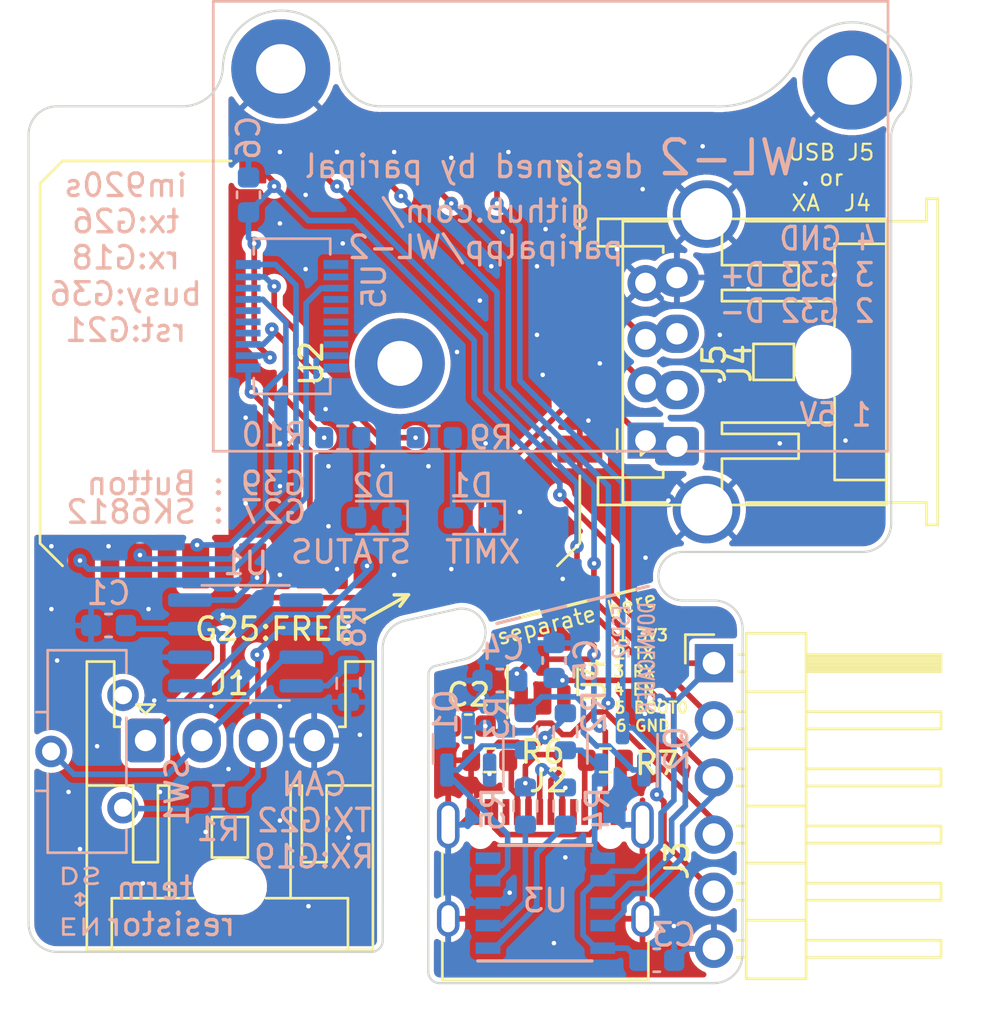
<source format=kicad_pcb>
(kicad_pcb (version 20211014) (generator pcbnew)
  (layers (0 "F.Cu" signal) (31 "B.Cu" signal) (34 "B.Paste" user) (35 "F.Paste" user) (36 "B.SilkS" user "B.Silkscreen") (37 "F.SilkS" user "F.Silkscreen") (38 "B.Mask" user) (39 "F.Mask" user) (44 "Edge.Cuts" user))
  (net 0 "")
  (net 1 "+5V")
  (net 2 "GND")
  (net 3 "+3V3")
  (net 4 "/CANH")
  (net 5 "/CANL")
  (net 6 "Net-(J2-PadB5)")
  (net 8 "Net-(J2-PadA5)")
  (net 10 "Net-(Q1-Pad1)")
  (net 11 "Net-(Q2-Pad1)")
  (net 12 "Net-(R1-Pad1)")
  (net 13 "Net-(R4-Pad1)")
  (net 14 "Net-(R5-Pad2)")
  (net 16 "Net-(D1-Pad2)")
  (net 17 "Net-(D2-Pad2)")
  (net 18 "/im920xmit")
  (net 19 "/im920status")
  (net 21 "/uarttx")
  (net 22 "/uartrx")
  (net 24 "/en")
  (net 25 "/dp")
  (net 26 "/dm")
  (net 27 "/~{dtr}")
  (net 28 "/~{rts}")
  (net 29 "/boot0")
  (net 30 "/cantx")
  (net 31 "/canrx")
  (net 32 "/vcptx")
  (net 33 "/vcprx")
  (net 34 "Net-(R8-Pad2)")
  (net 36 "/im920tx")
  (net 37 "/im920busy")
  (net 38 "/im920rx")
  (net 39 "/im920rst")
  (footprint "Connector_USB:USB_C_Receptacle_XKB_U262-16XN-4BVC11" (layer "F.Cu") (at 144.135974 121.402974)
    (fp_text reference "J2")
    (fp_text value "USB_C_Receptacle_USB2.0")
  )
  (footprint "Resistor_SMD:R_0603_1608Metric" (layer "F.Cu") (at 146.802974 115.433974 180)
    (fp_text reference "R7")
    (fp_text value "5.1k")
  )
  (footprint "Boad_dev:M5STAMP-PICO" (layer "F.Cu") (at 137.668 97.79 90)
    (fp_text reference "U2")
    (fp_text value "M5STAMP-PICO")
  )
  (footprint "Capacitor_SMD:C_0603_1608Metric" (layer "F.Cu") (at 140.706974 113.909974 180)
    (fp_text reference "C2")
    (fp_text value "100n")
  )
  (footprint "Connector_JST:JST_XA_S04B-XASK-1_1x04_P2.50mm_Horizontal" (layer "F.Cu") (at 149.987 101.473 90)
    (fp_text reference "J4")
    (fp_text value "Conn_01x04_Female")
  )
  (footprint "Connector_USB:USB_A_Stewart_SS-52100-001_Horizontal" (layer "F.Cu") (at 148.59 101.219 90)
    (fp_text reference "J5")
    (fp_text value "USB_A")
  )
  (footprint "Resistor_SMD:R_0603_1608Metric" (layer "F.Cu") (at 141.659974 115.433974)
    (fp_text reference "R6")
    (fp_text value "5.1k")
  )
  (footprint "Connector_PinHeader_2.54mm:PinHeader_1x06_P2.54mm_Horizontal" (layer "F.Cu") (at 151.628974 111.115974)
    (fp_text reference "J3")
    (fp_text value "Conn_01x06_Male")
  )
  (footprint "Connector_JST:JST_XA_S04B-XASK-1_1x04_P2.50mm_Horizontal" (layer "F.Cu") (at 126.358 114.554)
    (fp_text reference "J1")
    (fp_text value "Conn_01x04_Female")
  )
  (footprint "Package_TO_SOT_SMD:SOT-23" (layer "F.Cu") (at 144.008974 111.877974 90)
    (fp_text reference "U4")
    (fp_text value "MCP1703A-3302_SOT23")
  )
  (footprint "Resistor_SMD:R_0603_1608Metric" (layer "B.Cu") (at 145.024974 117.465974 90)
    (fp_text reference "R4")
    (fp_text value "22")
  )
  (footprint "Capacitor_SMD:C_0603_1608Metric" (layer "B.Cu") (at 124.714 109.44 180)
    (fp_text reference "C1")
    (fp_text value "100n")
  )
  (footprint "Button_Switch_additional:IS-1245T-G" (layer "B.Cu") (at 123.758 115.041 90)
    (fp_text reference "SW1")
    (fp_text value "SW_SPDT")
  )
  (footprint "Capacitor_SMD:C_0603_1608Metric" (layer "B.Cu") (at 149.088974 124.323974)
    (fp_text reference "C3")
    (fp_text value "100n")
  )
  (footprint "Resistor_SMD:R_0603_1608Metric" (layer "B.Cu") (at 139.192 101.092 180)
    (fp_text reference "R9")
    (fp_text value "10k")
  )
  (footprint "Capacitor_SMD:C_0603_1608Metric" (layer "B.Cu") (at 144.526 110.998 90)
    (fp_text reference "C5")
    (fp_text value "1u")
  )
  (footprint "Resistor_SMD:R_0603_1608Metric" (layer "B.Cu") (at 129.6 117.073)
    (fp_text reference "R1")
    (fp_text value "120")
  )
  (footprint "Capacitor_SMD:C_0603_1608Metric" (layer "B.Cu") (at 130.937 90.297 90)
    (fp_text reference "C6")
    (fp_text value "100n")
  )
  (footprint "Resistor_SMD:R_0603_1608Metric" (layer "B.Cu") (at 143.246974 114.163974 -90)
    (fp_text reference "R3")
    (fp_text value "10k")
  )
  (footprint "Capacitor_SMD:C_0603_1608Metric" (layer "B.Cu") (at 142.113 111.887 180)
    (fp_text reference "C4")
    (fp_text value "1u")
  )
  (footprint "interplan:IM920s" (layer "B.Cu") (at 144.3725 91.694 90)
    (fp_text reference "U5")
    (fp_text value "IM920s")
  )
  (footprint "LED_SMD:LED_0603_1608Metric" (layer "B.Cu") (at 136.525 104.648 180)
    (fp_text reference "D2")
    (fp_text value "LED")
  )
  (footprint "Package_TO_SOT_SMD:SOT-23" (layer "B.Cu") (at 140.706974 114.925974 90)
    (fp_text reference "Q1")
    (fp_text value "Q_NPN_BEC")
  )
  (footprint "LED_SMD:LED_0603_1608Metric" (layer "B.Cu") (at 140.843 104.648 180)
    (fp_text reference "D1")
    (fp_text value "LED")
  )
  (footprint "Resistor_SMD:R_0603_1608Metric" (layer "B.Cu") (at 143.246974 117.465974 -90)
    (fp_text reference "R5")
    (fp_text value "22")
  )
  (footprint "Package_SO:SOIC-8_3.9x4.9mm_P1.27mm" (layer "B.Cu") (at 130.81 110.215)
    (fp_text reference "U1")
    (fp_text value "MCP2551-I-SN")
  )
  (footprint "Resistor_SMD:R_0603_1608Metric" (layer "B.Cu") (at 135.382 112.014 90)
    (fp_text reference "R8")
    (fp_text value "10k")
  )
  (footprint "Resistor_SMD:R_0603_1608Metric" (layer "B.Cu") (at 135.128 101.092 180)
    (fp_text reference "R10")
    (fp_text value "10k")
  )
  (footprint "Package_SO:SSOP-10_3.9x4.9mm_P1.00mm" (layer "B.Cu") (at 144.135974 121.783974)
    (fp_text reference "U3")
    (fp_text value "CH340K")
  )
  (footprint "Package_TO_SOT_SMD:SOT-23" (layer "B.Cu") (at 147.564974 114.925974 90)
    (fp_text reference "Q2")
    (fp_text value "Q_NPN_BEC")
  )
  (footprint "Resistor_SMD:R_0603_1608Metric" (layer "B.Cu") (at 145.024974 114.163974 -90)
    (fp_text reference "R2")
    (fp_text value "10k")
  )
  (gr_line (start 143.002 109.093) (end 141.986 109.347) (layer "B.SilkS") (width 0.15))
  (gr_line (start 145.034 108.585) (end 144.018 108.839) (layer "B.SilkS") (width 0.15))
  (gr_line (start 148.209 107.823) (end 148.717 107.696) (layer "B.SilkS") (width 0.15))
  (gr_line (start 147.193 108.077) (end 146.05 108.331) (layer "B.SilkS") (width 0.15))
  (gr_line (start 143.002 109.093) (end 144.018 108.839) (layer "F.SilkS") (width 0.15))
  (gr_line (start 138.049 108.077) (end 136.017 109.22) (layer "F.SilkS") (width 0.15))
  (gr_line (start 145.034 108.585) (end 146.05 108.331) (layer "F.SilkS") (width 0.15))
  (gr_line (start 138.049 108.077) (end 137.414 108.077) (layer "F.SilkS") (width 0.15))
  (gr_line (start 137.414 108.077) (end 138.049 108.077) (layer "F.SilkS") (width 0.15))
  (gr_line (start 147.193 108.077) (end 148.209 107.823) (layer "F.SilkS") (width 0.15))
  (gr_line (start 138.049 108.077) (end 137.668 108.585) (layer "F.SilkS") (width 0.15))
  (gr_line (start 128.016 86.36) (end 122.428 86.36) (layer "Edge.Cuts") (width 0.1))
  (gr_arc (start 136.779 86.36) (mid 135.570131 85.878975) (end 135.001 84.709) (layer "Edge.Cuts") (width 0.1))
  (gr_line (start 122.428 123.952) (end 136.398 123.952) (layer "Edge.Cuts") (width 0.1))
  (gr_arc (start 159.512 87.63) (mid 159.676649 87.077324) (end 160.02 86.614) (layer "Edge.Cuts") (width 0.1))
  (gr_arc (start 122.428 123.952) (mid 121.529974 123.580026) (end 121.158 122.682) (layer "Edge.Cuts") (width 0.1))
  (gr_line (start 158.242 106.172) (end 150.241 106.172) (layer "Edge.Cuts") (width 0.1))
  (gr_arc (start 140.208 108.712) (mid 141.088897 108.928225) (end 141.478 109.747574) (layer "Edge.Cuts") (width 0.1))
  (gr_arc (start 129.794 84.709) (mid 129.224869 85.878975) (end 128.016 86.36) (layer "Edge.Cuts") (width 0.1))
  (gr_line (start 139.192 111.252) (end 140.530999 110.940507) (layer "Edge.Cuts") (width 0.1))
  (gr_line (start 150.241 108.331) (end 151.638 108.331) (layer "Edge.Cuts") (width 0.1))
  (gr_arc (start 159.512 104.902) (mid 159.140026 105.800026) (end 158.242 106.172) (layer "Edge.Cuts") (width 0.1))
  (gr_arc (start 138.938 111.61121) (mid 139.007915 111.39124) (end 139.192 111.252) (layer "Edge.Cuts") (width 0.1))
  (gr_arc (start 129.794 84.709) (mid 132.3975 82.1055) (end 135.001 84.709) (layer "Edge.Cuts") (width 0.1))
  (gr_line (start 136.779 86.36) (end 151.638 86.36) (layer "Edge.Cuts") (width 0.1))
  (gr_line (start 121.158 87.63) (end 121.158 122.682) (layer "Edge.Cuts") (width 0.1))
  (gr_line (start 137.922 109.22) (end 140.208 108.712) (layer "Edge.Cuts") (width 0.1))
  (gr_arc (start 141.478 109.747574) (mid 141.207087 110.504863) (end 140.530999 110.940507) (layer "Edge.Cuts") (width 0.1))
  (gr_arc (start 155.448 84.074) (mid 159.061122 82.955179) (end 160.02 86.614) (layer "Edge.Cuts") (width 0.1))
  (gr_line (start 136.901067 110.465337) (end 136.906 123.444) (layer "Edge.Cuts") (width 0.1))
  (gr_arc (start 136.901067 110.465337) (mid 137.188923 109.660171) (end 137.922 109.22) (layer "Edge.Cuts") (width 0.1))
  (gr_line (start 151.628974 125.339974) (end 139.436974 125.339974) (layer "Edge.Cuts") (width 0.1))
  (gr_arc (start 136.906 123.444) (mid 136.75721 123.80321) (end 136.398 123.952) (layer "Edge.Cuts") (width 0.1))
  (gr_arc (start 152.898974 124.069974) (mid 152.527 124.968) (end 151.628974 125.339974) (layer "Edge.Cuts") (width 0.1))
  (gr_line (start 138.928974 124.831974) (end 138.938 111.61121) (layer "Edge.Cuts") (width 0.1))
  (gr_arc (start 155.448 84.074) (mid 153.89169 85.798149) (end 151.638 86.36) (layer "Edge.Cuts") (width 0.1))
  (gr_line (start 152.898974 124.069974) (end 152.908 109.601) (layer "Edge.Cuts") (width 0.1))
  (gr_arc (start 121.158 87.63) (mid 121.529974 86.731974) (end 122.428 86.36) (layer "Edge.Cuts") (width 0.1))
  (gr_arc (start 150.241 108.331) (mid 149.171624 107.2515) (end 150.241 106.172) (layer "Edge.Cuts") (width 0.1))
  (gr_arc (start 151.638 108.331) (mid 152.536026 108.702974) (end 152.908 109.601) (layer "Edge.Cuts") (width 0.1))
  (gr_arc (start 139.436974 125.339974) (mid 139.077764 125.191184) (end 138.928974 124.831974) (layer "Edge.Cuts") (width 0.1))
  (gr_line (start 159.512 104.902) (end 159.512 87.63) (layer "Edge.Cuts") (width 0.1))
  (gr_text "im920s\ntx:G26\nrx:G18\nbusy:G36\nrst:G21" (at 125.476 93.091) (layer "B.SilkS") (effects (font (size 1 1)) (justify mirror)))
  (gr_text "EN\n↕\nDS" (at 123.444 121.666 180) (layer "B.SilkS") (effects (font (size 0.7 1) (thickness 0.12)) (justify mirror)))
  (gr_text "WL-2" (at 152.273 88.646) (layer "B.SilkS") (effects (font (size 1.5 1.5) (thickness 0.2)) (justify mirror)))
  (gr_text "ESP32      \nDOWNLOADER" (at 148.082 110.871 90) (layer "B.SilkS") (effects (font (size 0.7 0.5) (thickness 0.1)) (justify mirror)))
  (gr_text "designed by paripal" (at 140.97 89.027) (layer "B.SilkS") (effects (font (size 1 1)) (justify mirror)))
  (gr_text "4 GND    \n3 G33 D+\n2 G32 D-" (at 155.321 93.853) (layer "B.SilkS") (effects (font (size 1 0.9)) (justify mirror)))
  (gr_text "1 5V     " (at 155.321 100.076) (layer "B.SilkS") (effects (font (size 1 0.9)) (justify mirror)))
  (gr_text "CAN\nTX:G22\nRX:G19" (at 133.858 118.11) (layer "B.SilkS") (effects (font (size 1 1)) (justify mirror)))
  (gr_text "XMIT  STATUS" (at 137.922 106.172) (layer "B.SilkS") (effects (font (size 1 1)) (justify mirror)))
  (gr_text "github.com/\nparipalpp/WL-2" (at 141.478 91.821) (layer "B.SilkS") (effects (font (size 1 1)) (justify mirror)))
  (gr_text "  term\nresistor" (at 127.508 121.92) (layer "B.SilkS") (effects (font (size 1 1)) (justify mirror)))
  (gr_text "USB J5\nor\nXA  J4" (at 156.845 89.535) (layer "F.SilkS") (effects (font (size 0.7 0.7) (thickness 0.1))))
  (gr_text "1 3V3  \n2 TX    \n3 RX    \n4 EN    \n5 BOOT0\n6 GND  " (at 148.844 111.887) (layer "F.SilkS") (effects (font (size 0.5 0.5) (thickness 0.1))))
  (gr_text "separate here" (at 145.542 109.093 14) (layer "F.SilkS") (effects (font (size 0.7 0.7) (thickness 0.1))))
  (gr_text "G25:FREE" (at 132.08 109.601) (layer "F.SilkS") (effects (font (size 1 1))))
  (segment (start 145.668 99.06) (end 146.431 99.06) (width 0.25) (layer "F.Cu") (net 1))
  (segment (start 143.508322 110.940474) (end 142.869097 111.579699) (width 0.25) (layer "F.Cu") (net 1))
  (segment (start 146.685974 117.732974) (end 146.685974 116.907974) (width 0.25) (layer "F.Cu") (net 1))
  (segment (start 141.224 108.204) (end 131.661679 108.204) (width 0.25) (layer "F.Cu") (net 1))
  (segment (start 146.089474 110.940474) (end 146.294974 110.734974) (width 0.25) (layer "F.Cu") (net 1))
  (segment (start 141.224 108.204) (end 144.145 108.204) (width 0.25) (layer "F.Cu") (net 1))
  (segment (start 144.008974 110.940474) (end 146.089474 110.940474) (width 0.25) (layer "F.Cu") (net 1))
  (segment (start 146.802974 116.790974) (end 146.802974 114.163974) (width 0.25) (layer "F.Cu") (net 1))
  (segment (start 146.294974 110.353974) (end 146.294974 110.734974) (width 0.25) (layer "F.Cu") (net 1))
  (segment (start 146.431 99.06) (end 148.59 101.219) (width 0.25) (layer "F.Cu") (net 1))
  (segment (start 129.794 111.118) (end 129.794 109.982) (width 0.25) (layer "F.Cu") (net 1))
  (segment (start 142.173247 118.735974) (end 141.885974 118.448701) (width 0.25) (layer "F.Cu") (net 1))
  (segment (start 141.885974 118.448701) (end 141.885974 117.732974) (width 0.25) (layer "F.Cu") (net 1))
  (segment (start 131.661679 108.204) (end 129.883679 109.982) (width 0.25) (layer "F.Cu") (net 1))
  (segment (start 144.145 108.204) (end 146.294974 110.353974) (width 0.25) (layer "F.Cu") (net 1))
  (segment (start 146.685974 116.907974) (end 146.802974 116.790974) (width 0.25) (layer "F.Cu") (net 1))
  (segment (start 141.288 103.44) (end 141.288 106.79) (width 0.25) (layer "F.Cu") (net 1))
  (segment (start 141.288 106.79) (end 141.288 108.14) (width 0.25) (layer "F.Cu") (net 1))
  (segment (start 146.385974 117.732974) (end 146.385974 118.448701) (width 0.25) (layer "F.Cu") (net 1))
  (segment (start 126.358 114.554) (end 129.794 111.118) (width 0.25) (layer "F.Cu") (net 1))
  (segment (start 144.008974 110.940474) (end 143.508322 110.940474) (width 0.25) (layer "F.Cu") (net 1))
  (segment (start 146.098701 118.735974) (end 142.173247 118.735974) (width 0.25) (layer "F.Cu") (net 1))
  (segment (start 146.802974 114.163974) (end 146.548974 113.909974) (width 0.25) (layer "F.Cu") (net 1))
  (segment (start 149.733 101.219) (end 149.987 101.473) (width 0.25) (layer "F.Cu") (net 1))
  (segment (start 141.288 108.14) (end 141.224 108.204) (width 0.25) (layer "F.Cu") (net 1))
  (segment (start 148.59 101.219) (end 149.733 101.219) (width 0.25) (layer "F.Cu") (net 1))
  (segment (start 129.883679 109.982) (end 129.794 109.982) (width 0.25) (layer "F.Cu") (net 1))
  (segment (start 145.668 99.06) (end 141.288 103.44) (width 0.25) (layer "F.Cu") (net 1))
  (segment (start 146.385974 118.448701) (end 146.098701 118.735974) (width 0.25) (layer "F.Cu") (net 1))
  (via (at 146.548974 113.909974) (size 0.6) (drill 0.2) (layers "F.Cu" "B.Cu") (net 1))
  (via (at 129.794 109.982) (size 0.6) (drill 0.2) (layers "F.Cu" "B.Cu") (net 1))
  (via (at 142.869097 111.579699) (size 0.6) (drill 0.2) (layers "F.Cu" "B.Cu") (net 1))
  (via (at 146.294974 110.734974) (size 0.6) (drill 0.2) (layers "F.Cu" "B.Cu") (net 1))
  (segment (start 129.392 109.58) (end 129.794 109.982) (width 0.25) (layer "B.Cu") (net 1))
  (segment (start 128.335 109.58) (end 125.629 109.58) (width 0.25) (layer "B.Cu") (net 1))
  (segment (start 146.294974 113.655974) (end 146.294974 110.734974) (width 0.25) (layer "B.Cu") (net 1))
  (segment (start 128.335 109.58) (end 129.392 109.58) (width 0.25) (layer "B.Cu") (net 1))
  (segment (start 146.548974 113.909974) (end 146.294974 113.655974) (width 0.25) (layer "B.Cu") (net 1))
  (segment (start 125.629 109.58) (end 125.489 109.44) (width 0.25) (layer "B.Cu") (net 1))
  (segment (start 140.382974 118.297974) (end 139.815974 118.297974) (width 0.25) (layer "F.Cu") (net 2))
  (segment (start 140.785974 117.036974) (end 140.198974 116.449974) (width 0.25) (layer "F.Cu") (net 2))
  (segment (start 140.785974 117.894974) (end 140.382974 118.297974) (width 0.25) (layer "F.Cu") (net 2))
  (segment (start 147.634974 118.297974) (end 147.485974 118.148974) (width 0.25) (layer "F.Cu") (net 2))
  (segment (start 147.627974 115.433974) (end 147.627974 117.590974) (width 0.25) (layer "F.Cu") (net 2))
  (segment (start 148.455974 118.297974) (end 147.634974 118.297974) (width 0.25) (layer "F.Cu") (net 2))
  (segment (start 140.785974 117.732974) (end 140.785974 117.036974) (width 0.25) (layer "F.Cu") (net 2))
  (segment (start 147.627974 117.590974) (end 147.485974 117.732974) (width 0.25) (layer "F.Cu") (net 2))
  (segment (start 147.485974 118.148974) (end 147.485974 117.732974) (width 0.25) (layer "F.Cu") (net 2))
  (segment (start 140.198974 116.449974) (end 139.944974 116.449974) (width 0.25) (layer "F.Cu") (net 2))
  (segment (start 140.785974 117.732974) (end 140.785974 117.894974) (width 0.25) (layer "F.Cu") (net 2))
  (via (at 142.24 91.948) (size 0.6) (drill 0.2) (layers "F.Cu" "B.Cu") (net 2))
  (via (at 132.334 88.392) (size 0.6) (drill 0.2) (layers "F.Cu" "B.Cu") (net 2))
  (via (at 143.764 96.52) (size 0.6) (drill 0.2) (layers "F.Cu" "B.Cu") (net 2))
  (via (at 142.494 88.392) (size 0.6) (drill 0.2) (layers "F.Cu" "B.Cu") (net 2))
  (via (at 124.206 114.808) (size 0.6) (drill 0.2) (layers "F.Cu" "B.Cu") (net 2))
  (via (at 126.746 112.776) (size 0.6) (drill 0.2) (layers "F.Cu" "B.Cu") (net 2))
  (via (at 148.561805 113.368054) (size 0.6) (drill 0.2) (layers "F.Cu" "B.Cu") (net 2))
  (via (at 139.954 106.934) (size 0.6) (drill 0.2) (layers "F.Cu" "B.Cu") (net 2))
  (via (at 146.558 97.79) (size 0.6) (drill 0.2) (layers "F.Cu" "B.Cu") (net 2))
  (via (at 133.604 121.92) (size 0.6) (drill 0.2) (layers "F.Cu" "B.Cu") (net 2))
  (via (at 133.477 93.599) (size 0.6) (drill 0.2) (layers "F.Cu" "B.Cu") (net 2))
  (via (at 138.938 102.362) (size 0.6) (drill 0.2) (layers "F.Cu" "B.Cu") (net 2))
  (via (at 130.048 115.824) (size 0.6) (drill 0.2) (layers "F.Cu" "B.Cu") (net 2))
  (via (at 135.382 118.872) (size 0.6) (drill 0.2) (layers "F.Cu" "B.Cu") (net 2))
  (via (at 129.794 108.966) (size 0.6) (drill 0.2) (layers "F.Cu" "B.Cu") (net 2))
  (via (at 139.954 88.646) (size 0.6) (drill 0.2) (layers "F.Cu" "B.Cu") (net 2))
  (via (at 149.606 103.886) (size 0.6) (drill 0.2) (layers "F.Cu" "B.Cu") (net 2))
  (via (at 151.892 98.552) (size 0.6) (drill 0.2) (layers "F.Cu" "B.Cu") (net 2))
  (via (at 135.128 92.456) (size 0.6) (drill 0.2) (layers "F.Cu" "B.Cu") (net 2))
  (via (at 124.714 105.918) (size 0.6) (drill 0.2) (layers "F.Cu" "B.Cu") (net 2))
  (via (at 146.05 100.33) (size 0.6) (drill 0.2) (layers "F.Cu" "B.Cu") (net 2))
  (via (at 134.874 88.392) (size 0.6) (drill 0.2) (layers "F.Cu" "B.Cu") (net 2))
  (via (at 130.81 100.203) (size 0.6) (drill 0.2) (layers "F.Cu" "B.Cu") (net 2))
  (via (at 154.559 101.346) (size 0.6) (drill 0.2) (layers "F.Cu" "B.Cu") (net 2))
  (via (at 141.732 93.472) (size 0.6) (drill 0.2) (layers "F.Cu" "B.Cu") (net 2))
  (via (at 143.764 93.472) (size 0.6) (drill 0.2) (layers "F.Cu" "B.Cu") (net 2))
  (via (at 132.334 118.11) (size 0.6) (drill 0.2) (layers "F.Cu" "B.Cu") (net 2))
  (via (at 145.024974 119.751974) (size 0.6) (drill 0.2) (layers "F.Cu" "B.Cu") (net 2))
  (via (at 149.850974 122.799974) (size 0.6) (drill 0.2) (layers "F.Cu" "B.Cu") (net 2))
  (via (at 157.48 101.219) (size 0.6) (drill 0.2) (layers "F.Cu" "B.Cu") (net 2))
  (via (at 135.382 109.474) (size 0.6) (drill 0.2) (layers "F.Cu" "B.Cu") (net 2))
  (via (at 135.89 114.3) (size 0.6) (drill 0.2) (layers "F.Cu" "B.Cu") (net 2))
  (via (at 137.414 88.392) (size 0.6) (drill 0.2) (layers "F.Cu" "B.Cu") (net 2))
  (via (at 151.13 88.138) (size 0.6) (drill 0.2) (layers "F.Cu" "B.Cu") (net 2))
  (via (at 122.936 116.84) (size 0.6) (drill 0.2) (layers "F.Cu" "B.Cu") (net 2))
  (via (at 140.208 97.282) (size 0.6) (drill 0.2) (layers "F.Cu" "B.Cu") (net 2))
  (via (at 132.334 103.251) (size 0.6) (drill 0.2) (layers "F.Cu" "B.Cu") (net 2))
  (via (at 136.906 102.362) (size 0.6) (drill 0.2) (layers "F.Cu" "B.Cu") (net 2))
  (via (at 141.341974 112.639974) (size 0.6) (drill 0.2) (layers "F.Cu" "B.Cu") (net 2))
  (via (at 122.174 105.918) (size 0.6) (drill 0.2) (layers "F.Cu" "B.Cu") (net 2))
  (via (at 130.81 104.013) (size 0.6) (drill 0.2) (layers "F.Cu" "B.Cu") (net 2))
  (via (at 144.516974 123.561974) (size 0.6) (drill 0.2) (layers "F.Cu" "B.Cu") (net 2))
  (via (at 147.32 92.71) (size 0.6) (drill 0.2) (layers "F.Cu" "B.Cu") (net 2))
  (via (at 126.492 108.712) (size 0.6) (drill 0.2) (layers "F.Cu" "B.Cu") (net 2))
  (via (at 127 116.84) (size 0.6) (drill 0.2) (layers "F.Cu" "B.Cu") (net 2))
  (via (at 144.145 91.821) (size 0.6) (drill 0.2) (layers "F.Cu" "B.Cu") (net 2))
  (via (at 141.478 101.346) (size 0.6) (drill 0.2) (layers "F.Cu" "B.Cu") (net 2))
  (via (at 144.018 98.298) (size 0.6) (drill 0.2) (layers "F.Cu" "B.Cu") (net 2))
  (via (at 132.334 113.03) (size 0.6) (drill 0.2) (layers "F.Cu" "B.Cu") (net 2))
  (via (at 122.174 108.712) (size 0.6) (drill 0.2) (layers "F.Cu" "B.Cu") (net 2))
  (via (at 155.702 89.789) (size 0.6) (drill 0.2) (layers "F.Cu" "B.Cu") (net 2))
  (via (at 122.428 110.998) (size 0.6) (drill 0.2) (layers "F.Cu" "B.Cu") (net 2))
  (via (at 134.366 99.822) (size 0.6) (drill 0.2) (layers "F.Cu" "B.Cu") (net 2))
  (via (at 151.892 96.52) (size 0.6) (drill 0.2) (layers "F.Cu" "B.Cu") (net 2))
  (via (at 148.463 90.043) (size 0.6) (drill 0.2) (layers "F.Cu" "B.Cu") (net 2))
  (via (at 132.334 101.346) (size 0.6) (drill 0.2) (layers "F.Cu" "B.Cu") (net 2))
  (via (at 134.874 106.934) (size 0.6) (drill 0.2) (layers "F.Cu" "B.Cu") (net 2))
  (via (at 134.493 102.362) (size 0.6) (drill 0.2) (layers "F.Cu" "B.Cu") (net 2))
  (via (at 123.444 119.38) (size 0.6) (drill 0.2) (layers "F.Cu" "B.Cu") (net 2))
  (via (at 132.334 91.567) (size 0.6) (drill 0.2) (layers "F.Cu" "B.Cu") (net 2))
  (via (at 148.59 106.426) (size 0.6) (drill 0.2) (layers "F.Cu" "B.Cu") (net 2))
  (via (at 129.032 118.618) (size 0.6) (drill 0.2) (layers "F.Cu" "B.Cu") (net 2))
  (via (at 156.972 93.853) (size 0.6) (drill 0.2) (layers "F.Cu" "B.Cu") (net 2))
  (via (at 130.556 111.76) (size 0.6) (drill 0.2) (layers "F.Cu" "B.Cu") (net 2))
  (via (at 126.238 120.904) (size 0.6) (drill 0.2) (layers "F.Cu" "B.Cu") (net 2))
  (via (at 143.002 104.394) (size 0.6) (drill 0.2) (layers "F.Cu" "B.Cu") (net 2))
  (via (at 144.908474 107.369207) (size 0.6) (drill 0.2) (layers "F.Cu" "B.Cu") (net 2))
  (via (at 133.477 90.297) (size 0.6) (drill 0.2) (layers "F.Cu" "B.Cu") (net 2))
  (via (at 141.224 94.996) (size 0.6) (drill 0.2) (layers "F.Cu" "B.Cu") (net 2))
  (via (at 142.549201 121.31959) (size 0.6) (drill 0.2) (layers "F.Cu" "B.Cu") (net 2))
  (via (at 129.286 113.03) (size 0.6) (drill 0.2) (layers "F.Cu" "B.Cu") (net 2))
  (via (at 134.493 105.029) (size 0.6) (drill 0.2) (layers "F.Cu" "B.Cu") (net 2))
  (via (at 137.414 107.188) (size 0.6) (drill 0.2) (layers "F.Cu" "B.Cu") (net 2))
  (via (at 153.162 94.488) (size 0.6) (drill 0.2) (layers "F.Cu" "B.Cu") (net 2))
  (via (at 132.334 107.188) (size 0.6) (drill 0.2) (layers "F.Cu" "B.Cu") (net 2))
  (segment (start 134.8225 97.444) (end 134.169418 97.444) (width 0.25) (layer "B.Cu") (net 2))
  (segment (start 151.628974 123.815974) (end 150.371974 123.815974) (width 0.25) (layer "B.Cu") (net 2))
  (segment (start 133.94798 97.665438) (end 133.94798 98.38798) (width 0.25) (layer "B.Cu") (net 2))
  (segment (start 142.084817 121.783974) (end 142.549201 121.31959) (width 0.25) (layer "B.Cu") (net 2))
  (segment (start 150.371974 123.815974) (end 149.863974 124.323974) (width 0.25) (layer "B.Cu") (net 2))
  (segment (start 140.960974 121.783974) (end 139.944974 120.767974) (width 0.25) (layer "B.Cu") (net 2))
  (segment (start 134.169418 97.444) (end 133.94798 97.665438) (width 0.25) (layer "B.Cu") (net 2))
  (segment (start 141.585974 121.783974) (end 140.960974 121.783974) (width 0.25) (layer "B.Cu") (net 2))
  (segment (start 133.94798 98.38798) (end 134.366 98.806) (width 0.25) (layer "B.Cu") (net 2))
  (segment (start 141.585974 121.783974) (end 142.084817 121.783974) (width 0.25) (layer "B.Cu") (net 2))
  (segment (start 131.191 92.456) (end 131.191 96.82768) (width 0.25) (layer "F.Cu") (net 3))
  (segment (start 147.066 108.058948) (end 147.066 105.918) (width 0.25) (layer "F.Cu") (net 3))
  (segment (start 151.628974 111.115974) (end 150.104974 111.115974) (width 0.25) (layer "F.Cu") (net 3))
  (segment (start 132.08 89.916) (end 132.08 89.742) (width 0.25) (layer "F.Cu") (net 3))
  (segment (start 144.897974 112.754474) (end 144.958974 112.815474) (width 0.25) (layer "F.Cu") (net 3))
  (segment (start 150.104974 111.115974) (end 147.056974 108.067974) (width 0.25) (layer "F.Cu") (net 3))
  (segment (start 147.056974 108.067974) (end 147.066 108.058948) (width 0.25) (layer "F.Cu") (net 3))
  (segment (start 148.326974 111.877974) (end 149.215974 112.766974) (width 0.25) (layer "F.Cu") (net 3))
  (segment (start 144.897974 111.877974) (end 148.326974 111.877974) (width 0.25) (layer "F.Cu") (net 3))
  (segment (start 131.191 96.82768) (end 131.890774 97.527454) (width 0.25) (layer "F.Cu") (net 3))
  (segment (start 147.066 105.918) (end 144.78 103.632) (width 0.25) (layer "F.Cu") (net 3))
  (segment (start 132.08 89.742) (end 131.128 88.79) (width 0.25) (layer "F.Cu") (net 3))
  (segment (start 144.897974 111.877974) (end 144.897974 112.754474) (width 0.25) (layer "F.Cu") (net 3))
  (via (at 131.191 92.456) (size 0.6) (drill 0.2) (layers "F.Cu" "B.Cu") (net 3))
  (via (at 144.897974 111.877974) (size 0.6) (drill 0.2) (layers "F.Cu" "B.Cu") (net 3))
  (via (at 144.78 103.632) (size 0.6) (drill 0.2) (layers "F.Cu" "B.Cu") (net 3))
  (via (at 131.890774 97.527454) (size 0.6) (drill 0.2) (layers "F.Cu" "B.Cu") (net 3))
  (via (at 149.215974 112.766974) (size 0.6) (drill 0.2) (layers "F.Cu" "B.Cu") (net 3))
  (via (at 132.08 89.916) (size 0.6) (drill 0.2) (layers "F.Cu" "B.Cu") (net 3))
  (segment (start 146.390974 123.783974) (end 145.811463 123.204463) (width 0.25) (layer "B.Cu") (net 3))
  (segment (start 149.280494 119.189501) (end 149.280494 117.782454) (width 0.25) (layer "B.Cu") (net 3))
  (segment (start 149.280494 117.782454) (end 149.850974 117.211974) (width 0.25) (layer "B.Cu") (net 3))
  (segment (start 146.685974 120.783974) (end 147.106463 120.363485) (width 0.25) (layer "B.Cu") (net 3))
  (segment (start 144.78 103.632) (end 144.78 103.124) (width 0.25) (layer "B.Cu") (net 3))
  (segment (start 148.10651 120.363485) (end 149.280494 119.189501) (width 0.25) (layer "B.Cu") (net 3))
  (segment (start 132.08 89.929) (end 130.937 91.072) (width 0.25) (layer "B.Cu") (net 3))
  (segment (start 144.516974 111.890974) (end 144.884974 111.890974) (width 0.25) (layer "B.Cu") (net 3))
  (segment (start 149.850974 112.893974) (end 149.723974 112.766974) (width 0.25) (layer "B.Cu") (net 3))
  (segment (start 132.08 89.916) (end 132.08 89.929) (width 0.25) (layer "B.Cu") (net 3))
  (segment (start 145.811463 121.363485) (end 146.390974 120.783974) (width 0.25) (layer "B.Cu") (net 3))
  (segment (start 144.884974 111.890974) (end 144.897974 111.877974) (width 0.25) (layer "B.Cu") (net 3))
  (segment (start 147.106463 120.363485) (end 148.10651 120.363485) (width 0.25) (layer "B.Cu") (net 3))
  (segment (start 140.97 96.774) (end 135.636 91.44) (width 0.25) (layer "B.Cu") (net 3))
  (segment (start 149.850974 117.211974) (end 149.850974 112.893974) (width 0.25) (layer "B.Cu") (net 3))
  (segment (start 140.97 99.314) (end 140.97 96.774) (width 0.25) (layer "B.Cu") (net 3))
  (segment (start 146.390974 120.783974) (end 146.685974 120.783974) (width 0.25) (layer "B.Cu") (net 3))
  (segment (start 145.811463 123.204463) (end 145.811463 121.363485) (width 0.25) (layer "B.Cu") (net 3))
  (segment (start 147.773974 123.783974) (end 148.313974 124.323974) (width 0.25) (layer "B.Cu") (net 3))
  (segment (start 144.78 103.124) (end 140.97 99.314) (width 0.25) (layer "B.Cu") (net 3))
  (segment (start 130.937 91.072) (end 130.937 92.202) (width 0.25) (layer "B.Cu") (net 3))
  (segment (start 135.636 91.44) (end 133.604 91.44) (width 0.25) (layer "B.Cu") (net 3))
  (segment (start 149.723974 112.766974) (end 149.215974 112.766974) (width 0.25) (layer "B.Cu") (net 3))
  (segment (start 130.937 92.202) (end 131.191 92.456) (width 0.25) (layer "B.Cu") (net 3))
  (segment (start 146.685974 123.783974) (end 146.390974 123.783974) (width 0.25) (layer "B.Cu") (net 3))
  (segment (start 146.685974 123.783974) (end 147.773974 123.783974) (width 0.25) (layer "B.Cu") (net 3))
  (segment (start 131.80732 97.444) (end 131.890774 97.527454) (width 0.25) (layer "B.Cu") (net 3))
  (segment (start 149.86 112.903) (end 151.638 111.125) (width 0.25) (layer "B.Cu") (net 3))
  (segment (start 130.9225 97.444) (end 131.80732 97.444) (width 0.25) (layer "B.Cu") (net 3))
  (segment (start 133.604 91.44) (end 132.08 89.916) (width 0.25) (layer "B.Cu") (net 3))
  (segment (start 122.158 115.041) (end 123.174 116.057) (width 0.25) (layer "B.Cu") (net 4))
  (segment (start 123.174 116.057) (end 127.355 116.057) (width 0.25) (layer "B.Cu") (net 4))
  (segment (start 128.858 114.554) (end 132.562 110.85) (width 0.25) (layer "B.Cu") (net 4))
  (segment (start 127.355 116.057) (end 128.858 114.554) (width 0.25) (layer "B.Cu") (net 4))
  (segment (start 132.562 110.85) (end 133.285 110.85) (width 0.25) (layer "B.Cu") (net 4))
  (segment (start 131.358 114.554) (end 131.358 110.784) (width 0.25) (layer "F.Cu") (net 5))
  (segment (start 131.358 110.784) (end 131.318 110.744) (width 0.25) (layer "F.Cu") (net 5))
  (via (at 131.318 110.744) (size 0.6) (drill 0.2) (layers "F.Cu" "B.Cu") (net 5))
  (segment (start 132.367347 109.58) (end 131.318 110.629347) (width 0.25) (layer "B.Cu") (net 5))
  (segment (start 131.318 110.629347) (end 131.318 110.744) (width 0.25) (layer "B.Cu") (net 5))
  (segment (start 131.358 116.14) (end 131.358 114.554) (width 0.25) (layer "B.Cu") (net 5))
  (segment (start 130.425 117.073) (end 131.358 116.14) (width 0.25) (layer "B.Cu") (net 5))
  (segment (start 133.285 109.58) (end 132.367347 109.58) (width 0.25) (layer "B.Cu") (net 5))
  (segment (start 145.885974 115.469974) (end 145.849974 115.433974) (width 0.25) (layer "F.Cu") (net 6))
  (segment (start 145.977974 115.433974) (end 145.885974 115.525974) (width 0.25) (layer "F.Cu") (net 6))
  (segment (start 145.885974 115.525974) (end 145.885974 117.732974) (width 0.25) (layer "F.Cu") (net 6))
  (segment (start 142.622473 116.708652) (end 142.622473 115.613475) (width 0.25) (layer "F.Cu") (net 8))
  (segment (start 142.885974 116.972153) (end 142.622473 116.708652) (width 0.25) (layer "F.Cu") (net 8))
  (segment (start 142.885974 117.732974) (end 142.885974 116.972153) (width 0.25) (layer "F.Cu") (net 8))
  (segment (start 142.939757 114.671974) (end 143.876151 114.671974) (width 0.25) (layer "F.Cu") (net 10))
  (segment (start 141.651274 115.050891) (end 142.067711 114.634454) (width 0.25) (layer "F.Cu") (net 10))
  (segment (start 142.902237 114.634454) (end 142.939757 114.671974) (width 0.25) (layer "F.Cu") (net 10))
  (segment (start 142.067711 114.634454) (end 142.902237 114.634454) (width 0.25) (layer "F.Cu") (net 10))
  (segment (start 143.876151 114.671974) (end 144.123361 114.424764) (width 0.25) (layer "F.Cu") (net 10))
  (segment (start 141.651274 116.039844) (end 141.651274 115.050891) (width 0.25) (layer "F.Cu") (net 10))
  (via (at 144.123361 114.424764) (size 0.6) (drill 0.2) (layers "F.Cu" "B.Cu") (net 10))
  (via (at 141.651274 116.039844) (size 0.6) (drill 0.2) (layers "F.Cu" "B.Cu") (net 10))
  (segment (start 141.656974 116.034144) (end 141.651274 116.039844) (width 0.25) (layer "B.Cu") (net 10))
  (segment (start 145.024974 113.338974) (end 145.024974 113.523151) (width 0.25) (layer "B.Cu") (net 10))
  (segment (start 145.024974 113.523151) (end 144.123361 114.424764) (width 0.25) (layer "B.Cu") (net 10))
  (segment (start 141.656974 115.863474) (end 141.656974 116.034144) (width 0.25) (layer "B.Cu") (net 10))
  (segment (start 143.246974 113.338974) (end 143.971494 112.614454) (width 0.25) (layer "B.Cu") (net 11))
  (segment (start 145.824494 114.201494) (end 146.424454 114.801454) (width 0.25) (layer "B.Cu") (net 11))
  (segment (start 146.961526 114.801454) (end 148.023546 115.863474) (width 0.25) (layer "B.Cu") (net 11))
  (segment (start 143.971494 112.614454) (end 145.517237 112.614454) (width 0.25) (layer "B.Cu") (net 11))
  (segment (start 145.824494 112.921711) (end 145.824494 114.201494) (width 0.25) (layer "B.Cu") (net 11))
  (segment (start 146.424454 114.801454) (end 146.961526 114.801454) (width 0.25) (layer "B.Cu") (net 11))
  (segment (start 148.023546 115.863474) (end 148.514974 115.863474) (width 0.25) (layer "B.Cu") (net 11))
  (segment (start 145.517237 112.614454) (end 145.824494 112.921711) (width 0.25) (layer "B.Cu") (net 11))
  (segment (start 128.775 117.073) (end 128.267 117.581) (width 0.25) (layer "B.Cu") (net 12))
  (segment (start 128.267 117.581) (end 125.398 117.581) (width 0.25) (layer "B.Cu") (net 12))
  (segment (start 125.398 117.581) (end 125.358 117.541) (width 0.25) (layer "B.Cu") (net 12))
  (segment (start 141.880974 123.783974) (end 143.754974 121.909974) (width 0.25) (layer "B.Cu") (net 13))
  (segment (start 141.585974 123.783974) (end 141.880974 123.783974) (width 0.25) (layer "B.Cu") (net 13))
  (segment (start 143.754974 119.560974) (end 145.024974 118.290974) (width 0.25) (layer "B.Cu") (net 13))
  (segment (start 143.754974 121.909974) (end 143.754974 119.560974) (width 0.25) (layer "B.Cu") (net 13))
  (segment (start 141.585974 122.783974) (end 142.190974 122.783974) (width 0.25) (layer "B.Cu") (net 14))
  (segment (start 143.246974 121.727974) (end 143.246974 118.290974) (width 0.25) (layer "B.Cu") (net 14))
  (segment (start 142.190974 122.783974) (end 143.246974 121.727974) (width 0.25) (layer "B.Cu") (net 14))
  (segment (start 140.017 101.092) (end 140.017 104.6095) (width 0.25) (layer "B.Cu") (net 16))
  (segment (start 140.017 104.6095) (end 140.0555 104.648) (width 0.25) (layer "B.Cu") (net 16))
  (segment (start 135.953 101.092) (end 135.953 104.4325) (width 0.25) (layer "B.Cu") (net 17))
  (segment (start 135.953 104.4325) (end 135.7375 104.648) (width 0.25) (layer "B.Cu") (net 17))
  (segment (start 133.045805 96.342805) (end 133.045805 97.358805) (width 0.25) (layer "F.Cu") (net 18))
  (segment (start 133.045805 97.358805) (end 136.779 101.092) (width 0.25) (layer "F.Cu") (net 18))
  (segment (start 136.779 101.092) (end 138.367 101.092) (width 0.25) (layer "F.Cu") (net 18))
  (segment (start 132.08 95.377) (end 133.045805 96.342805) (width 0.25) (layer "F.Cu") (net 18))
  (segment (start 132.08 94.361) (end 132.08 95.377) (width 0.25) (layer "F.Cu") (net 18))
  (via (at 138.367 101.092) (size 0.6) (drill 0.2) (layers "F.Cu" "B.Cu") (net 18))
  (via (at 132.08 94.361) (size 0.6) (drill 0.2) (layers "F.Cu" "B.Cu") (net 18))
  (segment (start 131.663 93.944) (end 132.08 94.361) (width 0.25) (layer "B.Cu") (net 18))
  (segment (start 130.9225 93.944) (end 131.663 93.944) (width 0.25) (layer "B.Cu") (net 18))
  (segment (start 134.303 101.092) (end 132.577501 99.366501) (width 0.25) (layer "F.Cu") (net 19))
  (segment (start 132.577501 99.366501) (end 132.577501 96.868554) (width 0.25) (layer "F.Cu") (net 19))
  (segment (start 132.577501 96.868554) (end 131.974947 96.266) (width 0.25) (layer "F.Cu") (net 19))
  (via (at 131.974947 96.266) (size 0.6) (drill 0.2) (layers "F.Cu" "B.Cu") (net 19))
  (via (at 134.303 101.092) (size 0.6) (drill 0.2) (layers "F.Cu" "B.Cu") (net 19))
  (segment (start 131.591049 96.944) (end 131.974947 96.560102) (width 0.25) (layer "B.Cu") (net 19))
  (segment (start 130.9225 96.944) (end 131.591049 96.944) (width 0.25) (layer "B.Cu") (net 19))
  (segment (start 131.974947 96.560102) (end 131.974947 96.266) (width 0.25) (layer "B.Cu") (net 19))
  (segment (start 145.668 96.52) (end 146.391 96.52) (width 0.25) (layer "F.Cu") (net 21))
  (segment (start 146.391 96.52) (end 148.59 98.719) (width 0.25) (layer "F.Cu") (net 21))
  (segment (start 148.59 98.719) (end 149.733 98.719) (width 0.25) (layer "F.Cu") (net 21))
  (segment (start 149.733 98.719) (end 149.987 98.973) (width 0.25) (layer "F.Cu") (net 21))
  (segment (start 145.851 93.98) (end 148.59 96.719) (width 0.25) (layer "F.Cu") (net 22))
  (segment (start 148.59 96.719) (end 149.741 96.719) (width 0.25) (layer "F.Cu") (net 22))
  (segment (start 149.741 96.719) (end 149.987 96.473) (width 0.25) (layer "F.Cu") (net 22))
  (segment (start 145.668 93.98) (end 145.851 93.98) (width 0.25) (layer "F.Cu") (net 22))
  (segment (start 144.897974 114.290974) (end 144.389974 113.782974) (width 0.25) (layer "F.Cu") (net 24))
  (segment (start 151.628974 118.106795) (end 146.807652 113.285473) (width 0.25) (layer "F.Cu") (net 24))
  (segment (start 145.278974 114.290974) (end 144.897974 114.290974) (width 0.25) (layer "F.Cu") (net 24))
  (segment (start 143.500974 114.163974) (end 141.735974 114.163974) (width 0.25) (layer "F.Cu") (net 24))
  (segment (start 141.608974 113.782974) (end 141.481974 113.909974) (width 0.25) (layer "F.Cu") (net 24))
  (segment (start 151.628974 118.735974) (end 151.628974 118.106795) (width 0.25) (layer "F.Cu") (net 24))
  (segment (start 144.389974 113.782974) (end 143.881974 113.782974) (width 0.25) (layer "F.Cu") (net 24))
  (segment (start 138.748 88.79) (end 138.748 89.472) (width 0.25) (layer "F.Cu") (net 24))
  (segment (start 146.284475 113.285473) (end 145.278974 114.290974) (width 0.25) (layer "F.Cu") (net 24))
  (segment (start 146.807652 113.285473) (end 146.284475 113.285473) (width 0.25) (layer "F.Cu") (net 24))
  (segment (start 138.748 89.472) (end 139.954 90.678) (width 0.25) (layer "F.Cu") (net 24))
  (segment (start 143.881974 113.782974) (end 143.500974 114.163974) (width 0.25) (layer "F.Cu") (net 24))
  (segment (start 141.735974 114.163974) (end 141.481974 113.909974) (width 0.25) (layer "F.Cu") (net 24))
  (segment (start 146.807652 113.016296) (end 146.929974 112.893974) (width 0.25) (layer "F.Cu") (net 24))
  (segment (start 146.807652 113.285473) (end 146.807652 113.016296) (width 0.25) (layer "F.Cu") (net 24))
  (via (at 139.954 90.678) (size 0.6) (drill 0.2) (layers "F.Cu" "B.Cu") (net 24))
  (via (at 141.468974 113.909974) (size 0.6) (drill 0.2) (layers "F.Cu" "B.Cu") (net 24))
  (via (at 146.929974 112.893974) (size 0.6) (drill 0.2) (layers "F.Cu" "B.Cu") (net 24))
  (segment (start 140.706974 113.988474) (end 141.403474 113.988474) (width 0.25) (layer "B.Cu") (net 24))
  (segment (start 146.939 112.884948) (end 146.939 103.249592) (width 0.25) (layer "B.Cu") (net 24))
  (segment (start 146.929974 112.893974) (end 146.939 112.884948) (width 0.25) (layer "B.Cu") (net 24))
  (segment (start 142.494 98.804592) (end 142.494 93.218) (width 0.25) (layer "B.Cu") (net 24))
  (segment (start 141.403474 113.988474) (end 141.481974 113.909974) (width 0.25) (layer "B.Cu") (net 24))
  (segment (start 146.939 103.249592) (end 142.494 98.804592) (width 0.25) (layer "B.Cu") (net 24))
  (segment (start 142.494 93.218) (end 139.954 90.678) (width 0.25) (layer "B.Cu") (net 24))
  (segment (start 143.885974 115.943797) (end 143.97868 115.851091) (width 0.25) (layer "F.Cu") (net 25))
  (segment (start 144.885974 117.732974) (end 144.885974 116.797472) (width 0.25) (layer "F.Cu") (net 25))
  (segment (start 144.885974 116.797472) (end 145.024974 116.658472) (width 0.25) (layer "F.Cu") (net 25))
  (segment (start 143.885974 117.732974) (end 143.885974 115.943797) (width 0.25) (layer "F.Cu") (net 25))
  (via (at 143.97868 115.851091) (size 0.6) (drill 0.2) (layers "F.Cu" "B.Cu") (net 25))
  (via (at 145.024974 116.658472) (size 0.6) (drill 0.2) (layers "F.Cu" "B.Cu") (net 25))
  (segment (start 145.024974 116.640974) (end 144.235091 115.851091) (width 0.25) (layer "B.Cu") (net 25))
  (segment (start 145.024974 116.640974) (end 145.024974 116.658472) (width 0.25) (layer "B.Cu") (net 25))
  (segment (start 144.235091 115.851091) (end 143.97868 115.851091) (width 0.25) (layer "B.Cu") (net 25))
  (segment (start 143.754974 115.179974) (end 144.516974 115.179974) (width 0.25) (layer "F.Cu") (net 26))
  (segment (start 143.246974 116.449974) (end 143.246974 115.687974) (width 0.25) (layer "F.Cu") (net 26))
  (segment (start 144.516974 115.179974) (end 144.770974 115.433974) (width 0.25) (layer "F.Cu") (net 26))
  (segment (start 144.385974 116.326974) (end 144.385974 117.732974) (width 0.25) (layer "F.Cu") (net 26))
  (segment (start 144.770974 115.433974) (end 144.770974 115.941974) (width 0.25) (layer "F.Cu") (net 26))
  (segment (start 143.385974 116.588974) (end 143.246974 116.449974) (width 0.25) (layer "F.Cu") (net 26))
  (segment (start 143.246974 115.687974) (end 143.754974 115.179974) (width 0.25) (layer "F.Cu") (net 26))
  (segment (start 144.770974 115.941974) (end 144.385974 116.326974) (width 0.25) (layer "F.Cu") (net 26))
  (segment (start 143.385974 117.732974) (end 143.385974 116.588974) (width 0.25) (layer "F.Cu") (net 26))
  (via (at 143.246974 116.449974) (size 0.6) (drill 0.2) (layers "F.Cu" "B.Cu") (net 26))
  (segment (start 143.246974 114.988974) (end 143.059454 114.801454) (width 0.25) (layer "B.Cu") (net 27))
  (segment (start 142.460485 118.721268) (end 139.756974 116.017757) (width 0.25) (layer "B.Cu") (net 27))
  (segment (start 139.756974 116.017757) (end 139.756974 115.863474) (width 0.25) (layer "B.Cu") (net 27))
  (segment (start 141.585974 120.783974) (end 141.880974 120.783974) (width 0.25) (layer "B.Cu") (net 27))
  (segment (start 142.460485 120.204463) (end 142.460485 118.721268) (width 0.25) (layer "B.Cu") (net 27))
  (segment (start 140.248402 115.863474) (end 139.756974 115.863474) (width 0.25) (layer "B.Cu") (net 27))
  (segment (start 141.310422 114.801454) (end 140.248402 115.863474) (width 0.25) (layer "B.Cu") (net 27))
  (segment (start 143.059454 114.801454) (end 141.310422 114.801454) (width 0.25) (layer "B.Cu") (net 27))
  (segment (start 141.880974 120.783974) (end 142.460485 120.204463) (width 0.25) (layer "B.Cu") (net 27))
  (segment (start 145.740474 114.988974) (end 146.614974 115.863474) (width 0.25) (layer "B.Cu") (net 28))
  (segment (start 146.614974 115.863474) (end 146.326453 116.151995) (width 0.25) (layer "B.Cu") (net 28))
  (segment (start 145.024974 114.988974) (end 145.740474 114.988974) (width 0.25) (layer "B.Cu") (net 28))
  (segment (start 146.326453 116.151995) (end 146.326453 119.424453) (width 0.25) (layer "B.Cu") (net 28))
  (segment (start 146.326453 119.424453) (end 146.685974 119.783974) (width 0.25) (layer "B.Cu") (net 28))
  (segment (start 151.628974 121.275974) (end 149.408241 119.055241) (width 0.25) (layer "F.Cu") (net 29))
  (segment (start 149.408241 117.277241) (end 149.088974 116.957974) (width 0.25) (layer "F.Cu") (net 29))
  (segment (start 141.986 89.488) (end 141.288 88.79) (width 0.25) (layer "F.Cu") (net 29))
  (segment (start 149.408241 119.055241) (end 149.408241 117.277241) (width 0.25) (layer "F.Cu") (net 29))
  (segment (start 141.986 90.678) (end 141.986 89.488) (width 0.25) (layer "F.Cu") (net 29))
  (via (at 149.088974 116.957974) (size 0.6) (drill 0.2) (layers "F.Cu" "B.Cu") (net 29))
  (via (at 141.986 90.678) (size 0.6) (drill 0.2) (layers "F.Cu" "B.Cu") (net 29))
  (segment (start 143.002 91.694) (end 143.002 98.552) (width 0.25) (layer "B.Cu") (net 29))
  (segment (start 149.164485 115.104413) (end 149.164485 116.882463) (width 0.25) (layer "B.Cu") (net 29))
  (segment (start 148.048546 113.988474) (end 149.164485 115.104413) (width 0.25) (layer "B.Cu") (net 29))
  (segment (start 141.986 90.678) (end 143.002 91.694) (width 0.25) (layer "B.Cu") (net 29))
  (segment (start 147.574 103.124) (end 147.574 113.979448) (width 0.25) (layer "B.Cu") (net 29))
  (segment (start 143.002 98.552) (end 147.574 103.124) (width 0.25) (layer "B.Cu") (net 29))
  (segment (start 147.564974 113.988474) (end 148.048546 113.988474) (width 0.25) (layer "B.Cu") (net 29))
  (segment (start 149.164485 116.882463) (end 149.088974 116.957974) (width 0.25) (layer "B.Cu") (net 29))
  (segment (start 147.574 113.979448) (end 147.564974 113.988474) (width 0.25) (layer "B.Cu") (net 29))
  (via (at 136.208 106.79) (size 0.6) (drill 0.2) (layers "F.Cu" "B.Cu") (net 30))
  (segment (start 132.09052 108.95548) (end 134.285592 108.95548) (width 0.25) (layer "B.Cu") (net 30))
  (segment (start 134.285592 108.95548) (end 136.208 107.033072) (width 0.25) (layer "B.Cu") (net 30))
  (segment (start 128.335 112.12) (end 128.926 112.12) (width 0.25) (layer "B.Cu") (net 30))
  (segment (start 128.926 112.12) (end 132.09052 108.95548) (width 0.25) (layer "B.Cu") (net 30))
  (segment (start 136.208 107.033072) (end 136.208 106.79) (width 0.25) (layer "B.Cu") (net 30))
  (via (at 131.318 107.315) (size 0.6) (drill 0.2) (layers "F.Cu" "B.Cu") (net 31))
  (segment (start 130.323 108.31) (end 131.318 107.315) (width 0.25) (layer "B.Cu") (net 31))
  (segment (start 128.335 108.31) (end 130.323 108.31) (width 0.25) (layer "B.Cu") (net 31))
  (segment (start 146.294974 108.321974) (end 146.294974 106.689026) (width 0.25) (layer "F.Cu") (net 32))
  (segment (start 136.208 88.79) (end 137.715946 90.297946) (width 0.25) (layer "F.Cu") (net 32))
  (segment (start 146.294974 106.689026) (end 146.304 106.68) (width 0.25) (layer "F.Cu") (net 32))
  (segment (start 151.628974 113.655974) (end 146.294974 108.321974) (width 0.25) (layer "F.Cu") (net 32))
  (segment (start 137.715946 90.297946) (end 137.715946 90.350769) (width 0.25) (layer "F.Cu") (net 32))
  (segment (start 146.304 106.934) (end 146.304 106.68) (width 0.25) (layer "F.Cu") (net 32))
  (via (at 137.715946 90.350769) (size 0.6) (drill 0.2) (layers "F.Cu" "B.Cu") (net 32))
  (via (at 146.304 106.68) (size 0.6) (drill 0.2) (layers "F.Cu" "B.Cu") (net 32))
  (segment (start 150.358974 117.465974) (end 149.750952 118.073996) (width 0.25) (layer "B.Cu") (net 32))
  (segment (start 141.986 94.620823) (end 137.715946 90.350769) (width 0.25) (layer "B.Cu") (net 32))
  (segment (start 150.358974 114.925974) (end 150.358974 117.465974) (width 0.25) (layer "B.Cu") (net 32))
  (segment (start 151.628974 113.655974) (end 150.358974 114.925974) (width 0.25) (layer "B.Cu") (net 32))
  (segment (start 146.304 106.68) (end 146.304 103.250296) (width 0.25) (layer "B.Cu") (net 32))
  (segment (start 149.750952 118.073996) (end 149.750952 119.597996) (width 0.25) (layer "B.Cu") (net 32))
  (segment (start 147.861004 120.903944) (end 146.980974 121.783974) (width 0.25) (layer "B.Cu") (net 32))
  (segment (start 148.445004 120.903944) (end 147.861004 120.903944) (width 0.25) (layer "B.Cu") (net 32))
  (segment (start 146.304 103.250296) (end 141.986 98.932296) (width 0.25) (layer "B.Cu") (net 32))
  (segment (start 146.980974 121.783974) (end 146.685974 121.783974) (width 0.25) (layer "B.Cu") (net 32))
  (segment (start 149.750952 119.597996) (end 148.445004 120.903944) (width 0.25) (layer "B.Cu") (net 32))
  (segment (start 141.986 98.932296) (end 141.986 94.620823) (width 0.25) (layer "B.Cu") (net 32))
  (segment (start 145.532974 108.200795) (end 145.532974 106.821847) (width 0.25) (layer "F.Cu") (net 33))
  (segment (start 149.840475 114.407475) (end 149.840475 112.508296) (width 0.25) (layer "F.Cu") (net 33))
  (segment (start 134.794 89.916) (end 134.874 89.916) (width 0.25) (layer "F.Cu") (net 33))
  (segment (start 145.542 106.812821) (end 145.542 105.918) (width 0.25) (layer "F.Cu") (net 33))
  (segment (start 145.532974 106.821847) (end 145.542 106.812821) (width 0.25) (layer "F.Cu") (net 33))
  (segment (start 133.668 88.79) (end 134.794 89.916) (width 0.25) (layer "F.Cu") (net 33))
  (segment (start 151.628974 116.195974) (end 149.840475 114.407475) (width 0.25) (layer "F.Cu") (net 33))
  (segment (start 149.840475 112.508296) (end 145.532974 108.200795) (width 0.25) (layer "F.Cu") (net 33))
  (via (at 145.542 105.918) (size 0.6) (drill 0.2) (layers "F.Cu" "B.Cu") (net 33))
  (via (at 134.874 89.916) (size 0.6) (drill 0.2) (layers "F.Cu" "B.Cu") (net 33))
  (segment (start 141.478 96.52) (end 134.874 89.916) (width 0.25) (layer "B.Cu") (net 33))
  (segment (start 150.241995 118.346361) (end 151.628974 116.959382) (width 0.25) (layer "B.Cu") (net 33))
  (segment (start 150.241995 119.742657) (end 150.241995 118.346361) (width 0.25) (layer "B.Cu") (net 33))
  (segment (start 151.628974 116.959382) (end 151.628974 116.195974) (width 0.25) (layer "B.Cu") (net 33))
  (segment (start 147.631454 122.133494) (end 147.631454 121.836447) (width 0.25) (layer "B.Cu") (net 33))
  (segment (start 145.542 105.918) (end 145.542 103.124) (width 0.25) (layer "B.Cu") (net 33))
  (segment (start 148.114447 121.353454) (end 148.631198 121.353454) (width 0.25) (layer "B.Cu") (net 33))
  (segment (start 146.685974 122.783974) (end 146.980974 122.783974) (width 0.25) (layer "B.Cu") (net 33))
  (segment (start 141.478 99.06) (end 141.478 96.52) (width 0.25) (layer "B.Cu") (net 33))
  (segment (start 145.542 103.124) (end 141.478 99.06) (width 0.25) (layer "B.Cu") (net 33))
  (segment (start 147.631454 121.836447) (end 148.114447 121.353454) (width 0.25) (layer "B.Cu") (net 33))
  (segment (start 146.980974 122.783974) (end 147.631454 122.133494) (width 0.25) (layer "B.Cu") (net 33))
  (segment (start 148.631198 121.353454) (end 150.241995 119.742657) (width 0.25) (layer "B.Cu") (net 33))
  (segment (start 134.451 112.12) (end 135.382 111.189) (width 0.25) (layer "B.Cu") (net 34))
  (segment (start 133.285 112.12) (end 134.451 112.12) (width 0.25) (layer "B.Cu") (net 34))
  (via (at 123.444 106.553) (size 0.6) (drill 0.2) (layers "F.Cu" "B.Cu") (net 36))
  (segment (start 133.498469 95.113484) (end 133.498469 103.737531) (width 0.25) (layer "B.Cu") (net 36))
  (segment (start 134.167953 94.444) (end 133.498469 95.113484) (width 0.25) (layer "B.Cu") (net 36))
  (segment (start 130.302 106.934) (end 123.825 106.934) (width 0.25) (layer "B.Cu") (net 36))
  (segment (start 123.825 106.934) (end 123.444 106.553) (width 0.25) (layer "B.Cu") (net 36))
  (segment (start 133.498469 103.737531) (end 130.302 106.934) (width 0.25) (layer "B.Cu") (net 36))
  (segment (start 134.8225 94.444) (end 134.167953 94.444) (width 0.25) (layer "B.Cu") (net 36))
  (via (at 126.111 106.3095) (size 0.6) (drill 0.2) (layers "F.Cu" "B.Cu") (net 37))
  (segment (start 130.9225 93.394) (end 132.129 93.394) (width 0.25) (layer "B.Cu") (net 37))
  (segment (start 133.048959 94.313959) (end 133.048958 103.551338) (width 0.25) (layer "B.Cu") (net 37))
  (segment (start 126.285989 106.484489) (end 126.111 106.3095) (width 0.25) (layer "B.Cu") (net 37))
  (segment (start 130.115807 106.484489) (end 126.285989 106.484489) (width 0.25) (layer "B.Cu") (net 37))
  (segment (start 133.048958 103.551338) (end 130.115807 106.484489) (width 0.25) (layer "B.Cu") (net 37))
  (segment (start 132.129 93.394) (end 133.048959 94.313959) (width 0.25) (layer "B.Cu") (net 37))
  (via (at 128.651 105.859989) (size 0.6) (drill 0.2) (layers "F.Cu" "B.Cu") (net 38))
  (segment (start 132.599447 97.304754) (end 132.599447 98.090564) (width 0.25) (layer "B.Cu") (net 38))
  (segment (start 130.104603 105.859989) (end 128.651 105.859989) (width 0.25) (layer "B.Cu") (net 38))
  (segment (start 132.599447 97.106866) (end 132.599443 97.10687) (width 0.25) (layer "B.Cu") (net 38))
  (segment (start 132.599448 95.966401) (end 132.599447 97.106866) (width 0.25) (layer "B.Cu") (net 38))
  (segment (start 132.599447 98.090564) (end 131.699 98.991011) (width 0.25) (layer "B.Cu") (net 38))
  (segment (start 132.599443 97.10687) (end 132.599447 97.304754) (width 0.25) (layer "B.Cu") (net 38))
  (segment (start 131.699 98.991011) (end 131.699 104.265592) (width 0.25) (layer "B.Cu") (net 38))
  (segment (start 131.699 104.265592) (end 130.104603 105.859989) (width 0.25) (layer "B.Cu") (net 38))
  (segment (start 130.9225 94.944) (end 131.577047 94.944) (width 0.25) (layer "B.Cu") (net 38))
  (segment (start 131.577047 94.944) (end 132.599448 95.966401) (width 0.25) (layer "B.Cu") (net 38))
  (segment (start 131.064 99.06) (end 133.668 101.664) (width 0.25) (layer "F.Cu") (net 39))
  (segment (start 133.668 101.664) (end 133.668 106.79) (width 0.25) (layer "F.Cu") (net 39))
  (via (at 131.064 99.06) (size 0.6) (drill 0.2) (layers "F.Cu" "B.Cu") (net 39))
  (segment (start 130.9225 97.994) (end 130.9225 98.9185) (width 0.25) (layer "B.Cu") (net 39))
  (segment (start 130.9225 98.9185) (end 131.064 99.06) (width 0.25) (layer "B.Cu") (net 39))
  (zone (net 2) (net_name "GND") (layers F&B.Cu) (connect_pads (clearance 0.254)) (min_thickness 0.254) (fill yes (thermal_gap 0.254) (thermal_bridge_width 0.254))
    (polygon (pts (xy 159.512 106.172) (xy 152.908 106.172) (xy 152.908 125.349) (xy 138.938 125.349) (xy 138.938 123.952) (xy 121.158 123.952) (xy 121.158 105.41) (xy 130.048 105.41) (xy 130.048 82.042) (xy 135.001 82.042) (xy 136.779 86.36) (xy 152.019 86.36) (xy 157.988 81.915) (xy 161.671 85.217) (xy 159.512 87.63)))
  )
  (zone (net 0) (net_name "") (layers F&B.Cu) (connect_pads (clearance 0)) (min_thickness 0.254)
    (keepout (tracks not_allowed) (vias not_allowed) (pads not_allowed) (copperpour not_allowed) (footprints allowed))
    (fill (thermal_gap 0.254) (thermal_bridge_width 0.254))
    (polygon (pts (xy 149.352 107.696) (xy 148.209 107.95) (xy 148.209 107.696) (xy 149.225 107.442)))
  )
  (zone (net 0) (net_name "") (layers F&B.Cu) (connect_pads (clearance 0)) (min_thickness 0.254)
    (keepout (tracks not_allowed) (vias not_allowed) (pads not_allowed) (copperpour not_allowed) (footprints allowed))
    (fill (thermal_gap 0.254) (thermal_bridge_width 0.254))
    (polygon (pts (xy 144.018 109.093) (xy 141.478 109.728) (xy 141.478 109.347) (xy 143.891 108.712)))
  )
)
</source>
